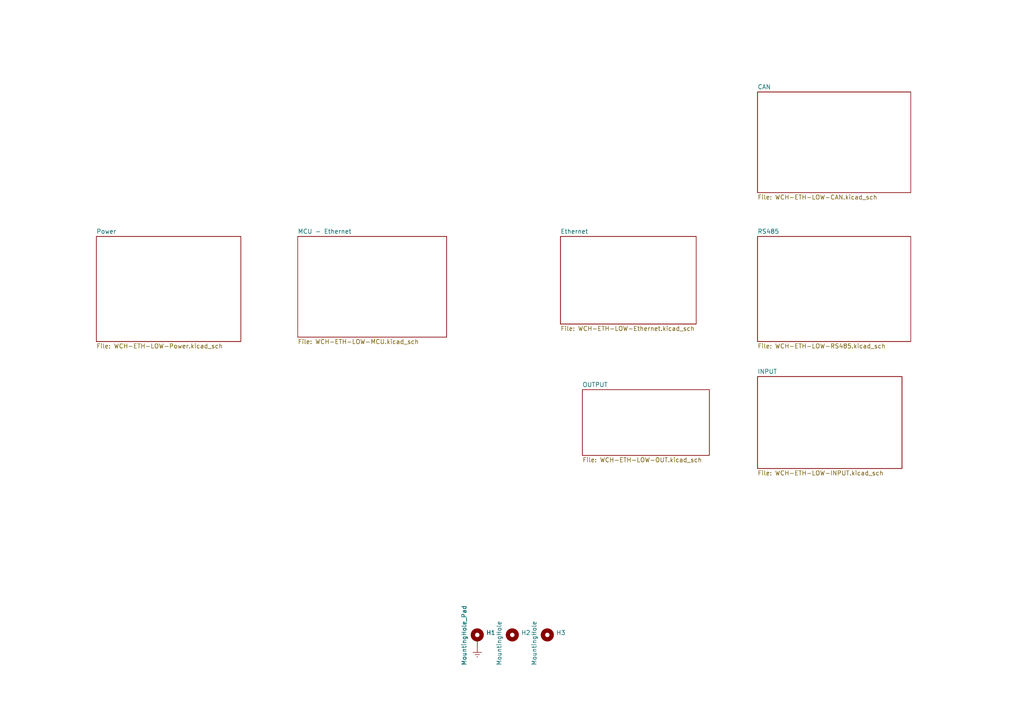
<source format=kicad_sch>
(kicad_sch (version 20231120) (generator "eeschema") (generator_version "8.0")
  (paper "A4")
  (lib_symbols
    (symbol "Mechanical:MountingHole" (pin_names (offset 1.016))
      (property "Reference" "H" (at 0 5.08 0))
      (property "Value" "MountingHole" (at 0 3.175 0))
      (symbol "MountingHole_0_1"
        (circle (center 0 0) (radius 1.27) (stroke (width 1.27)))
      )
    )
    (symbol "Mechanical:MountingHole_Pad" (pin_numbers hide) (pin_names (offset 1.016) hide)
      (property "Reference" "H" (at 0 6.35 0))
      (property "Value" "MountingHole_Pad" (at 0 4.445 0))
      (symbol "MountingHole_Pad_0_1"
        (circle (center 0 1.27) (radius 1.27) (stroke (width 1.27)))
      )
      (symbol "MountingHole_Pad_1_1"
        (pin input line (at 0 -2.54 90) (length 2.54) (name "1") (number "1"))
      )
    )
    (symbol "power:Earth" (power) (pin_names (offset 0))
      (symbol "Earth_0_1"
        (polyline (pts (xy -0.635 -1.905) (xy 0.635 -1.905)))
        (polyline (pts (xy -0.127 -2.54) (xy 0.127 -2.54)))
        (polyline (pts (xy 0 -1.27) (xy 0 0)))
        (polyline (pts (xy 1.27 -1.27) (xy -1.27 -1.27)))
      )
      (symbol "Earth_1_1"
        (pin power_in line (at 0 0 270) (length 0) hide (name "Earth") (number "1"))
      )
    )
  )
  (symbol (lib_id "power:Earth") (at 138.43 187.96 0) (unit 1)
    (property "Reference" "#PWR0125" (effects (hide yes)))
    (property "Value" "Earth" (effects (hide yes)))
  )
  (symbol (lib_id "Mechanical:MountingHole_Pad") (at 138.43 185.42 0) (unit 1)
    (property "Reference" "H1" (at 140.97 183.515 0) (effects (justify left)))
    (property "Value" "MountingHole_Pad" (at 134.62 193.04 90) (effects (justify left)))
    (property "Footprint" "MountingHole:MountingHole_3.2mm_M3_DIN965_Pad_TopBottom" (effects (hide yes)))
  )
  (symbol (lib_id "Mechanical:MountingHole") (at 158.75 184.15 0) (unit 1)
    (property "Reference" "H3" (at 161.29 183.515 0) (effects (justify left)))
    (property "Value" "MountingHole" (at 154.94 193.04 90) (effects (justify left)))
    (property "Footprint" "MountingHole:MountingHole_3.2mm_M3" (effects (hide yes)))
  )
  (symbol (lib_id "Mechanical:MountingHole") (at 148.59 184.15 0) (unit 1)
    (property "Reference" "H2" (at 151.13 183.515 0) (effects (justify left)))
    (property "Value" "MountingHole" (at 144.78 193.04 90) (effects (justify left)))
    (property "Footprint" "MountingHole:MountingHole_3.2mm_M3" (effects (hide yes)))
  )
  (sheet (at 219.71 109.22) (size 41.91 26.67) (stroke (width 0.1524))
    (property "Sheetname" "INPUT" (at 219.71 108.5084 0) (effects (justify left bottom)))
    (property "Sheetfile" "WCH-ETH-LOW-INPUT.kicad_sch" (at 219.71 136.4746 0) (effects (justify left top)))
  )
  (sheet (at 219.71 26.67) (size 44.45 29.21) (stroke (width 0.1524))
    (property "Sheetname" "CAN" (at 219.71 25.9584 0) (effects (justify left bottom)))
    (property "Sheetfile" "WCH-ETH-LOW-CAN.kicad_sch" (at 219.71 56.4646 0) (effects (justify left top)))
  )
  (sheet (at 219.71 68.58) (size 44.45 30.48) (stroke (width 0.1524))
    (property "Sheetname" "RS485" (at 219.71 67.8684 0) (effects (justify left bottom)))
    (property "Sheetfile" "WCH-ETH-LOW-RS485.kicad_sch" (at 219.71 99.6446 0) (effects (justify left top)))
  )
  (sheet (at 86.36 68.58) (size 43.18 29.21) (stroke (width 0.1524))
    (property "Sheetname" "MCU - Ethernet" (at 86.36 67.8684 0) (effects (justify left bottom)))
    (property "Sheetfile" "WCH-ETH-LOW-MCU.kicad_sch" (at 86.36 98.3746 0) (effects (justify left top)))
  )
  (sheet (at 162.56 68.58) (size 39.37 25.4) (stroke (width 0.1524))
    (property "Sheetname" "Ethernet" (at 162.56 67.8684 0) (effects (justify left bottom)))
    (property "Sheetfile" "WCH-ETH-LOW-Ethernet.kicad_sch" (at 162.56 94.5646 0) (effects (justify left top)))
  )
  (sheet (at 168.91 113.03) (size 36.83 19.05) (stroke (width 0.1524))
    (property "Sheetname" "OUTPUT" (at 168.91 112.3184 0) (effects (justify left bottom)))
    (property "Sheetfile" "WCH-ETH-LOW-OUT.kicad_sch" (at 168.91 132.6646 0) (effects (justify left top)))
  )
  (sheet (at 27.94 68.58) (size 41.91 30.48) (stroke (width 0.1524))
    (property "Sheetname" "Power" (at 27.94 67.8684 0) (effects (justify left bottom)))
    (property "Sheetfile" "WCH-ETH-LOW-Power.kicad_sch" (at 27.94 99.6446 0) (effects (justify left top)))
  )
)
</source>
